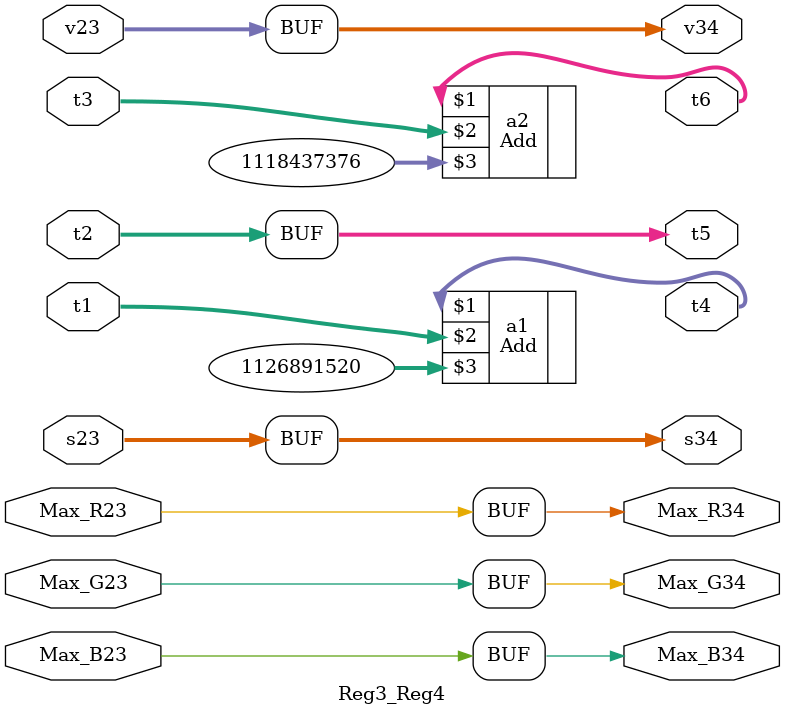
<source format=v>
module Reg3_Reg4(t4, t5, t6, s34, v34, Max_R34, Max_G34, Max_B34, t1, t2, t3, s23, v23, Max_R23, Max_G23, Max_B23);
	input[31:0] t1, t2, t3, s23, v23;
	input Max_R23, Max_G23, Max_B23;
	output[31:0] t4, t5, t6, s34, v34;
	output Max_R34, Max_G34, Max_B34;

	Add a1(t4, t1, 32'b01000011001010110000000000000000);
	assign t5 = t2;
	Add a2(t6, t3, 32'b01000010101010100000000000000000);
	assign v34 = v23;
	assign s34 = s23;
	assign Max_R34 = Max_R23;
	assign Max_G34 = Max_G23;
	assign Max_B34 = Max_B23;
	
endmodule

</source>
